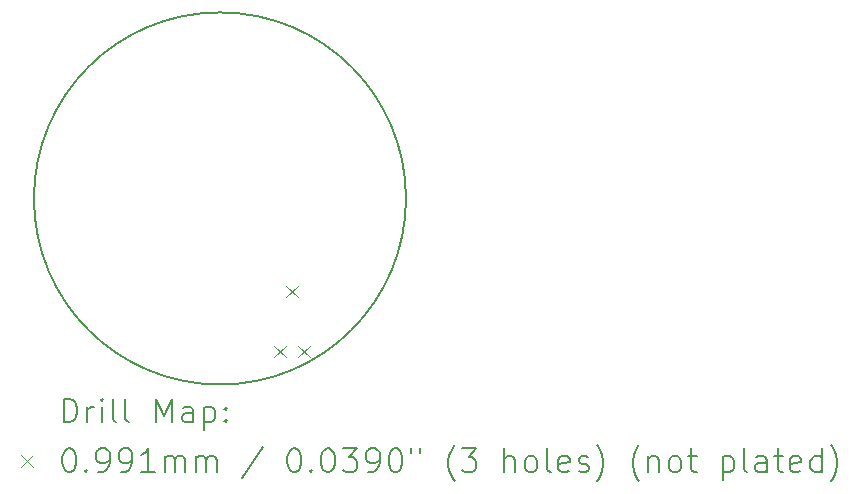
<source format=gbr>
%TF.GenerationSoftware,KiCad,Pcbnew,9.0.0*%
%TF.CreationDate,2025-04-18T11:45:20+02:00*%
%TF.ProjectId,WakeBand,57616b65-4261-46e6-942e-6b696361645f,rev?*%
%TF.SameCoordinates,Original*%
%TF.FileFunction,Drillmap*%
%TF.FilePolarity,Positive*%
%FSLAX45Y45*%
G04 Gerber Fmt 4.5, Leading zero omitted, Abs format (unit mm)*
G04 Created by KiCad (PCBNEW 9.0.0) date 2025-04-18 11:45:20*
%MOMM*%
%LPD*%
G01*
G04 APERTURE LIST*
%ADD10C,0.200000*%
%ADD11C,0.100000*%
G04 APERTURE END LIST*
D10*
X26255000Y-10810000D02*
G75*
G02*
X23105000Y-10810000I-1575000J0D01*
G01*
X23105000Y-10810000D02*
G75*
G02*
X26255000Y-10810000I1575000J0D01*
G01*
D11*
X25135870Y-12056470D02*
X25234930Y-12155530D01*
X25234930Y-12056470D02*
X25135870Y-12155530D01*
X25237470Y-11548470D02*
X25336530Y-11647530D01*
X25336530Y-11548470D02*
X25237470Y-11647530D01*
X25339070Y-12056470D02*
X25438130Y-12155530D01*
X25438130Y-12056470D02*
X25339070Y-12155530D01*
D10*
X23355777Y-12706484D02*
X23355777Y-12506484D01*
X23355777Y-12506484D02*
X23403396Y-12506484D01*
X23403396Y-12506484D02*
X23431967Y-12516008D01*
X23431967Y-12516008D02*
X23451015Y-12535055D01*
X23451015Y-12535055D02*
X23460539Y-12554103D01*
X23460539Y-12554103D02*
X23470062Y-12592198D01*
X23470062Y-12592198D02*
X23470062Y-12620769D01*
X23470062Y-12620769D02*
X23460539Y-12658865D01*
X23460539Y-12658865D02*
X23451015Y-12677912D01*
X23451015Y-12677912D02*
X23431967Y-12696960D01*
X23431967Y-12696960D02*
X23403396Y-12706484D01*
X23403396Y-12706484D02*
X23355777Y-12706484D01*
X23555777Y-12706484D02*
X23555777Y-12573150D01*
X23555777Y-12611246D02*
X23565301Y-12592198D01*
X23565301Y-12592198D02*
X23574824Y-12582674D01*
X23574824Y-12582674D02*
X23593872Y-12573150D01*
X23593872Y-12573150D02*
X23612920Y-12573150D01*
X23679586Y-12706484D02*
X23679586Y-12573150D01*
X23679586Y-12506484D02*
X23670062Y-12516008D01*
X23670062Y-12516008D02*
X23679586Y-12525531D01*
X23679586Y-12525531D02*
X23689110Y-12516008D01*
X23689110Y-12516008D02*
X23679586Y-12506484D01*
X23679586Y-12506484D02*
X23679586Y-12525531D01*
X23803396Y-12706484D02*
X23784348Y-12696960D01*
X23784348Y-12696960D02*
X23774824Y-12677912D01*
X23774824Y-12677912D02*
X23774824Y-12506484D01*
X23908158Y-12706484D02*
X23889110Y-12696960D01*
X23889110Y-12696960D02*
X23879586Y-12677912D01*
X23879586Y-12677912D02*
X23879586Y-12506484D01*
X24136729Y-12706484D02*
X24136729Y-12506484D01*
X24136729Y-12506484D02*
X24203396Y-12649341D01*
X24203396Y-12649341D02*
X24270062Y-12506484D01*
X24270062Y-12506484D02*
X24270062Y-12706484D01*
X24451015Y-12706484D02*
X24451015Y-12601722D01*
X24451015Y-12601722D02*
X24441491Y-12582674D01*
X24441491Y-12582674D02*
X24422443Y-12573150D01*
X24422443Y-12573150D02*
X24384348Y-12573150D01*
X24384348Y-12573150D02*
X24365301Y-12582674D01*
X24451015Y-12696960D02*
X24431967Y-12706484D01*
X24431967Y-12706484D02*
X24384348Y-12706484D01*
X24384348Y-12706484D02*
X24365301Y-12696960D01*
X24365301Y-12696960D02*
X24355777Y-12677912D01*
X24355777Y-12677912D02*
X24355777Y-12658865D01*
X24355777Y-12658865D02*
X24365301Y-12639817D01*
X24365301Y-12639817D02*
X24384348Y-12630293D01*
X24384348Y-12630293D02*
X24431967Y-12630293D01*
X24431967Y-12630293D02*
X24451015Y-12620769D01*
X24546253Y-12573150D02*
X24546253Y-12773150D01*
X24546253Y-12582674D02*
X24565301Y-12573150D01*
X24565301Y-12573150D02*
X24603396Y-12573150D01*
X24603396Y-12573150D02*
X24622443Y-12582674D01*
X24622443Y-12582674D02*
X24631967Y-12592198D01*
X24631967Y-12592198D02*
X24641491Y-12611246D01*
X24641491Y-12611246D02*
X24641491Y-12668388D01*
X24641491Y-12668388D02*
X24631967Y-12687436D01*
X24631967Y-12687436D02*
X24622443Y-12696960D01*
X24622443Y-12696960D02*
X24603396Y-12706484D01*
X24603396Y-12706484D02*
X24565301Y-12706484D01*
X24565301Y-12706484D02*
X24546253Y-12696960D01*
X24727205Y-12687436D02*
X24736729Y-12696960D01*
X24736729Y-12696960D02*
X24727205Y-12706484D01*
X24727205Y-12706484D02*
X24717682Y-12696960D01*
X24717682Y-12696960D02*
X24727205Y-12687436D01*
X24727205Y-12687436D02*
X24727205Y-12706484D01*
X24727205Y-12582674D02*
X24736729Y-12592198D01*
X24736729Y-12592198D02*
X24727205Y-12601722D01*
X24727205Y-12601722D02*
X24717682Y-12592198D01*
X24717682Y-12592198D02*
X24727205Y-12582674D01*
X24727205Y-12582674D02*
X24727205Y-12601722D01*
D11*
X22995940Y-12985470D02*
X23095000Y-13084530D01*
X23095000Y-12985470D02*
X22995940Y-13084530D01*
D10*
X23393872Y-12926484D02*
X23412920Y-12926484D01*
X23412920Y-12926484D02*
X23431967Y-12936008D01*
X23431967Y-12936008D02*
X23441491Y-12945531D01*
X23441491Y-12945531D02*
X23451015Y-12964579D01*
X23451015Y-12964579D02*
X23460539Y-13002674D01*
X23460539Y-13002674D02*
X23460539Y-13050293D01*
X23460539Y-13050293D02*
X23451015Y-13088388D01*
X23451015Y-13088388D02*
X23441491Y-13107436D01*
X23441491Y-13107436D02*
X23431967Y-13116960D01*
X23431967Y-13116960D02*
X23412920Y-13126484D01*
X23412920Y-13126484D02*
X23393872Y-13126484D01*
X23393872Y-13126484D02*
X23374824Y-13116960D01*
X23374824Y-13116960D02*
X23365301Y-13107436D01*
X23365301Y-13107436D02*
X23355777Y-13088388D01*
X23355777Y-13088388D02*
X23346253Y-13050293D01*
X23346253Y-13050293D02*
X23346253Y-13002674D01*
X23346253Y-13002674D02*
X23355777Y-12964579D01*
X23355777Y-12964579D02*
X23365301Y-12945531D01*
X23365301Y-12945531D02*
X23374824Y-12936008D01*
X23374824Y-12936008D02*
X23393872Y-12926484D01*
X23546253Y-13107436D02*
X23555777Y-13116960D01*
X23555777Y-13116960D02*
X23546253Y-13126484D01*
X23546253Y-13126484D02*
X23536729Y-13116960D01*
X23536729Y-13116960D02*
X23546253Y-13107436D01*
X23546253Y-13107436D02*
X23546253Y-13126484D01*
X23651015Y-13126484D02*
X23689110Y-13126484D01*
X23689110Y-13126484D02*
X23708158Y-13116960D01*
X23708158Y-13116960D02*
X23717682Y-13107436D01*
X23717682Y-13107436D02*
X23736729Y-13078865D01*
X23736729Y-13078865D02*
X23746253Y-13040769D01*
X23746253Y-13040769D02*
X23746253Y-12964579D01*
X23746253Y-12964579D02*
X23736729Y-12945531D01*
X23736729Y-12945531D02*
X23727205Y-12936008D01*
X23727205Y-12936008D02*
X23708158Y-12926484D01*
X23708158Y-12926484D02*
X23670062Y-12926484D01*
X23670062Y-12926484D02*
X23651015Y-12936008D01*
X23651015Y-12936008D02*
X23641491Y-12945531D01*
X23641491Y-12945531D02*
X23631967Y-12964579D01*
X23631967Y-12964579D02*
X23631967Y-13012198D01*
X23631967Y-13012198D02*
X23641491Y-13031246D01*
X23641491Y-13031246D02*
X23651015Y-13040769D01*
X23651015Y-13040769D02*
X23670062Y-13050293D01*
X23670062Y-13050293D02*
X23708158Y-13050293D01*
X23708158Y-13050293D02*
X23727205Y-13040769D01*
X23727205Y-13040769D02*
X23736729Y-13031246D01*
X23736729Y-13031246D02*
X23746253Y-13012198D01*
X23841491Y-13126484D02*
X23879586Y-13126484D01*
X23879586Y-13126484D02*
X23898634Y-13116960D01*
X23898634Y-13116960D02*
X23908158Y-13107436D01*
X23908158Y-13107436D02*
X23927205Y-13078865D01*
X23927205Y-13078865D02*
X23936729Y-13040769D01*
X23936729Y-13040769D02*
X23936729Y-12964579D01*
X23936729Y-12964579D02*
X23927205Y-12945531D01*
X23927205Y-12945531D02*
X23917682Y-12936008D01*
X23917682Y-12936008D02*
X23898634Y-12926484D01*
X23898634Y-12926484D02*
X23860539Y-12926484D01*
X23860539Y-12926484D02*
X23841491Y-12936008D01*
X23841491Y-12936008D02*
X23831967Y-12945531D01*
X23831967Y-12945531D02*
X23822443Y-12964579D01*
X23822443Y-12964579D02*
X23822443Y-13012198D01*
X23822443Y-13012198D02*
X23831967Y-13031246D01*
X23831967Y-13031246D02*
X23841491Y-13040769D01*
X23841491Y-13040769D02*
X23860539Y-13050293D01*
X23860539Y-13050293D02*
X23898634Y-13050293D01*
X23898634Y-13050293D02*
X23917682Y-13040769D01*
X23917682Y-13040769D02*
X23927205Y-13031246D01*
X23927205Y-13031246D02*
X23936729Y-13012198D01*
X24127205Y-13126484D02*
X24012920Y-13126484D01*
X24070062Y-13126484D02*
X24070062Y-12926484D01*
X24070062Y-12926484D02*
X24051015Y-12955055D01*
X24051015Y-12955055D02*
X24031967Y-12974103D01*
X24031967Y-12974103D02*
X24012920Y-12983627D01*
X24212920Y-13126484D02*
X24212920Y-12993150D01*
X24212920Y-13012198D02*
X24222443Y-13002674D01*
X24222443Y-13002674D02*
X24241491Y-12993150D01*
X24241491Y-12993150D02*
X24270063Y-12993150D01*
X24270063Y-12993150D02*
X24289110Y-13002674D01*
X24289110Y-13002674D02*
X24298634Y-13021722D01*
X24298634Y-13021722D02*
X24298634Y-13126484D01*
X24298634Y-13021722D02*
X24308158Y-13002674D01*
X24308158Y-13002674D02*
X24327205Y-12993150D01*
X24327205Y-12993150D02*
X24355777Y-12993150D01*
X24355777Y-12993150D02*
X24374824Y-13002674D01*
X24374824Y-13002674D02*
X24384348Y-13021722D01*
X24384348Y-13021722D02*
X24384348Y-13126484D01*
X24479586Y-13126484D02*
X24479586Y-12993150D01*
X24479586Y-13012198D02*
X24489110Y-13002674D01*
X24489110Y-13002674D02*
X24508158Y-12993150D01*
X24508158Y-12993150D02*
X24536729Y-12993150D01*
X24536729Y-12993150D02*
X24555777Y-13002674D01*
X24555777Y-13002674D02*
X24565301Y-13021722D01*
X24565301Y-13021722D02*
X24565301Y-13126484D01*
X24565301Y-13021722D02*
X24574824Y-13002674D01*
X24574824Y-13002674D02*
X24593872Y-12993150D01*
X24593872Y-12993150D02*
X24622443Y-12993150D01*
X24622443Y-12993150D02*
X24641491Y-13002674D01*
X24641491Y-13002674D02*
X24651015Y-13021722D01*
X24651015Y-13021722D02*
X24651015Y-13126484D01*
X25041491Y-12916960D02*
X24870063Y-13174103D01*
X25298634Y-12926484D02*
X25317682Y-12926484D01*
X25317682Y-12926484D02*
X25336729Y-12936008D01*
X25336729Y-12936008D02*
X25346253Y-12945531D01*
X25346253Y-12945531D02*
X25355777Y-12964579D01*
X25355777Y-12964579D02*
X25365301Y-13002674D01*
X25365301Y-13002674D02*
X25365301Y-13050293D01*
X25365301Y-13050293D02*
X25355777Y-13088388D01*
X25355777Y-13088388D02*
X25346253Y-13107436D01*
X25346253Y-13107436D02*
X25336729Y-13116960D01*
X25336729Y-13116960D02*
X25317682Y-13126484D01*
X25317682Y-13126484D02*
X25298634Y-13126484D01*
X25298634Y-13126484D02*
X25279586Y-13116960D01*
X25279586Y-13116960D02*
X25270063Y-13107436D01*
X25270063Y-13107436D02*
X25260539Y-13088388D01*
X25260539Y-13088388D02*
X25251015Y-13050293D01*
X25251015Y-13050293D02*
X25251015Y-13002674D01*
X25251015Y-13002674D02*
X25260539Y-12964579D01*
X25260539Y-12964579D02*
X25270063Y-12945531D01*
X25270063Y-12945531D02*
X25279586Y-12936008D01*
X25279586Y-12936008D02*
X25298634Y-12926484D01*
X25451015Y-13107436D02*
X25460539Y-13116960D01*
X25460539Y-13116960D02*
X25451015Y-13126484D01*
X25451015Y-13126484D02*
X25441491Y-13116960D01*
X25441491Y-13116960D02*
X25451015Y-13107436D01*
X25451015Y-13107436D02*
X25451015Y-13126484D01*
X25584348Y-12926484D02*
X25603396Y-12926484D01*
X25603396Y-12926484D02*
X25622444Y-12936008D01*
X25622444Y-12936008D02*
X25631967Y-12945531D01*
X25631967Y-12945531D02*
X25641491Y-12964579D01*
X25641491Y-12964579D02*
X25651015Y-13002674D01*
X25651015Y-13002674D02*
X25651015Y-13050293D01*
X25651015Y-13050293D02*
X25641491Y-13088388D01*
X25641491Y-13088388D02*
X25631967Y-13107436D01*
X25631967Y-13107436D02*
X25622444Y-13116960D01*
X25622444Y-13116960D02*
X25603396Y-13126484D01*
X25603396Y-13126484D02*
X25584348Y-13126484D01*
X25584348Y-13126484D02*
X25565301Y-13116960D01*
X25565301Y-13116960D02*
X25555777Y-13107436D01*
X25555777Y-13107436D02*
X25546253Y-13088388D01*
X25546253Y-13088388D02*
X25536729Y-13050293D01*
X25536729Y-13050293D02*
X25536729Y-13002674D01*
X25536729Y-13002674D02*
X25546253Y-12964579D01*
X25546253Y-12964579D02*
X25555777Y-12945531D01*
X25555777Y-12945531D02*
X25565301Y-12936008D01*
X25565301Y-12936008D02*
X25584348Y-12926484D01*
X25717682Y-12926484D02*
X25841491Y-12926484D01*
X25841491Y-12926484D02*
X25774825Y-13002674D01*
X25774825Y-13002674D02*
X25803396Y-13002674D01*
X25803396Y-13002674D02*
X25822444Y-13012198D01*
X25822444Y-13012198D02*
X25831967Y-13021722D01*
X25831967Y-13021722D02*
X25841491Y-13040769D01*
X25841491Y-13040769D02*
X25841491Y-13088388D01*
X25841491Y-13088388D02*
X25831967Y-13107436D01*
X25831967Y-13107436D02*
X25822444Y-13116960D01*
X25822444Y-13116960D02*
X25803396Y-13126484D01*
X25803396Y-13126484D02*
X25746253Y-13126484D01*
X25746253Y-13126484D02*
X25727206Y-13116960D01*
X25727206Y-13116960D02*
X25717682Y-13107436D01*
X25936729Y-13126484D02*
X25974825Y-13126484D01*
X25974825Y-13126484D02*
X25993872Y-13116960D01*
X25993872Y-13116960D02*
X26003396Y-13107436D01*
X26003396Y-13107436D02*
X26022444Y-13078865D01*
X26022444Y-13078865D02*
X26031967Y-13040769D01*
X26031967Y-13040769D02*
X26031967Y-12964579D01*
X26031967Y-12964579D02*
X26022444Y-12945531D01*
X26022444Y-12945531D02*
X26012920Y-12936008D01*
X26012920Y-12936008D02*
X25993872Y-12926484D01*
X25993872Y-12926484D02*
X25955777Y-12926484D01*
X25955777Y-12926484D02*
X25936729Y-12936008D01*
X25936729Y-12936008D02*
X25927206Y-12945531D01*
X25927206Y-12945531D02*
X25917682Y-12964579D01*
X25917682Y-12964579D02*
X25917682Y-13012198D01*
X25917682Y-13012198D02*
X25927206Y-13031246D01*
X25927206Y-13031246D02*
X25936729Y-13040769D01*
X25936729Y-13040769D02*
X25955777Y-13050293D01*
X25955777Y-13050293D02*
X25993872Y-13050293D01*
X25993872Y-13050293D02*
X26012920Y-13040769D01*
X26012920Y-13040769D02*
X26022444Y-13031246D01*
X26022444Y-13031246D02*
X26031967Y-13012198D01*
X26155777Y-12926484D02*
X26174825Y-12926484D01*
X26174825Y-12926484D02*
X26193872Y-12936008D01*
X26193872Y-12936008D02*
X26203396Y-12945531D01*
X26203396Y-12945531D02*
X26212920Y-12964579D01*
X26212920Y-12964579D02*
X26222444Y-13002674D01*
X26222444Y-13002674D02*
X26222444Y-13050293D01*
X26222444Y-13050293D02*
X26212920Y-13088388D01*
X26212920Y-13088388D02*
X26203396Y-13107436D01*
X26203396Y-13107436D02*
X26193872Y-13116960D01*
X26193872Y-13116960D02*
X26174825Y-13126484D01*
X26174825Y-13126484D02*
X26155777Y-13126484D01*
X26155777Y-13126484D02*
X26136729Y-13116960D01*
X26136729Y-13116960D02*
X26127206Y-13107436D01*
X26127206Y-13107436D02*
X26117682Y-13088388D01*
X26117682Y-13088388D02*
X26108158Y-13050293D01*
X26108158Y-13050293D02*
X26108158Y-13002674D01*
X26108158Y-13002674D02*
X26117682Y-12964579D01*
X26117682Y-12964579D02*
X26127206Y-12945531D01*
X26127206Y-12945531D02*
X26136729Y-12936008D01*
X26136729Y-12936008D02*
X26155777Y-12926484D01*
X26298634Y-12926484D02*
X26298634Y-12964579D01*
X26374825Y-12926484D02*
X26374825Y-12964579D01*
X26670063Y-13202674D02*
X26660539Y-13193150D01*
X26660539Y-13193150D02*
X26641491Y-13164579D01*
X26641491Y-13164579D02*
X26631968Y-13145531D01*
X26631968Y-13145531D02*
X26622444Y-13116960D01*
X26622444Y-13116960D02*
X26612920Y-13069341D01*
X26612920Y-13069341D02*
X26612920Y-13031246D01*
X26612920Y-13031246D02*
X26622444Y-12983627D01*
X26622444Y-12983627D02*
X26631968Y-12955055D01*
X26631968Y-12955055D02*
X26641491Y-12936008D01*
X26641491Y-12936008D02*
X26660539Y-12907436D01*
X26660539Y-12907436D02*
X26670063Y-12897912D01*
X26727206Y-12926484D02*
X26851015Y-12926484D01*
X26851015Y-12926484D02*
X26784348Y-13002674D01*
X26784348Y-13002674D02*
X26812920Y-13002674D01*
X26812920Y-13002674D02*
X26831968Y-13012198D01*
X26831968Y-13012198D02*
X26841491Y-13021722D01*
X26841491Y-13021722D02*
X26851015Y-13040769D01*
X26851015Y-13040769D02*
X26851015Y-13088388D01*
X26851015Y-13088388D02*
X26841491Y-13107436D01*
X26841491Y-13107436D02*
X26831968Y-13116960D01*
X26831968Y-13116960D02*
X26812920Y-13126484D01*
X26812920Y-13126484D02*
X26755777Y-13126484D01*
X26755777Y-13126484D02*
X26736729Y-13116960D01*
X26736729Y-13116960D02*
X26727206Y-13107436D01*
X27089110Y-13126484D02*
X27089110Y-12926484D01*
X27174825Y-13126484D02*
X27174825Y-13021722D01*
X27174825Y-13021722D02*
X27165301Y-13002674D01*
X27165301Y-13002674D02*
X27146253Y-12993150D01*
X27146253Y-12993150D02*
X27117682Y-12993150D01*
X27117682Y-12993150D02*
X27098634Y-13002674D01*
X27098634Y-13002674D02*
X27089110Y-13012198D01*
X27298634Y-13126484D02*
X27279587Y-13116960D01*
X27279587Y-13116960D02*
X27270063Y-13107436D01*
X27270063Y-13107436D02*
X27260539Y-13088388D01*
X27260539Y-13088388D02*
X27260539Y-13031246D01*
X27260539Y-13031246D02*
X27270063Y-13012198D01*
X27270063Y-13012198D02*
X27279587Y-13002674D01*
X27279587Y-13002674D02*
X27298634Y-12993150D01*
X27298634Y-12993150D02*
X27327206Y-12993150D01*
X27327206Y-12993150D02*
X27346253Y-13002674D01*
X27346253Y-13002674D02*
X27355777Y-13012198D01*
X27355777Y-13012198D02*
X27365301Y-13031246D01*
X27365301Y-13031246D02*
X27365301Y-13088388D01*
X27365301Y-13088388D02*
X27355777Y-13107436D01*
X27355777Y-13107436D02*
X27346253Y-13116960D01*
X27346253Y-13116960D02*
X27327206Y-13126484D01*
X27327206Y-13126484D02*
X27298634Y-13126484D01*
X27479587Y-13126484D02*
X27460539Y-13116960D01*
X27460539Y-13116960D02*
X27451015Y-13097912D01*
X27451015Y-13097912D02*
X27451015Y-12926484D01*
X27631968Y-13116960D02*
X27612920Y-13126484D01*
X27612920Y-13126484D02*
X27574825Y-13126484D01*
X27574825Y-13126484D02*
X27555777Y-13116960D01*
X27555777Y-13116960D02*
X27546253Y-13097912D01*
X27546253Y-13097912D02*
X27546253Y-13021722D01*
X27546253Y-13021722D02*
X27555777Y-13002674D01*
X27555777Y-13002674D02*
X27574825Y-12993150D01*
X27574825Y-12993150D02*
X27612920Y-12993150D01*
X27612920Y-12993150D02*
X27631968Y-13002674D01*
X27631968Y-13002674D02*
X27641491Y-13021722D01*
X27641491Y-13021722D02*
X27641491Y-13040769D01*
X27641491Y-13040769D02*
X27546253Y-13059817D01*
X27717682Y-13116960D02*
X27736730Y-13126484D01*
X27736730Y-13126484D02*
X27774825Y-13126484D01*
X27774825Y-13126484D02*
X27793872Y-13116960D01*
X27793872Y-13116960D02*
X27803396Y-13097912D01*
X27803396Y-13097912D02*
X27803396Y-13088388D01*
X27803396Y-13088388D02*
X27793872Y-13069341D01*
X27793872Y-13069341D02*
X27774825Y-13059817D01*
X27774825Y-13059817D02*
X27746253Y-13059817D01*
X27746253Y-13059817D02*
X27727206Y-13050293D01*
X27727206Y-13050293D02*
X27717682Y-13031246D01*
X27717682Y-13031246D02*
X27717682Y-13021722D01*
X27717682Y-13021722D02*
X27727206Y-13002674D01*
X27727206Y-13002674D02*
X27746253Y-12993150D01*
X27746253Y-12993150D02*
X27774825Y-12993150D01*
X27774825Y-12993150D02*
X27793872Y-13002674D01*
X27870063Y-13202674D02*
X27879587Y-13193150D01*
X27879587Y-13193150D02*
X27898634Y-13164579D01*
X27898634Y-13164579D02*
X27908158Y-13145531D01*
X27908158Y-13145531D02*
X27917682Y-13116960D01*
X27917682Y-13116960D02*
X27927206Y-13069341D01*
X27927206Y-13069341D02*
X27927206Y-13031246D01*
X27927206Y-13031246D02*
X27917682Y-12983627D01*
X27917682Y-12983627D02*
X27908158Y-12955055D01*
X27908158Y-12955055D02*
X27898634Y-12936008D01*
X27898634Y-12936008D02*
X27879587Y-12907436D01*
X27879587Y-12907436D02*
X27870063Y-12897912D01*
X28231968Y-13202674D02*
X28222444Y-13193150D01*
X28222444Y-13193150D02*
X28203396Y-13164579D01*
X28203396Y-13164579D02*
X28193872Y-13145531D01*
X28193872Y-13145531D02*
X28184349Y-13116960D01*
X28184349Y-13116960D02*
X28174825Y-13069341D01*
X28174825Y-13069341D02*
X28174825Y-13031246D01*
X28174825Y-13031246D02*
X28184349Y-12983627D01*
X28184349Y-12983627D02*
X28193872Y-12955055D01*
X28193872Y-12955055D02*
X28203396Y-12936008D01*
X28203396Y-12936008D02*
X28222444Y-12907436D01*
X28222444Y-12907436D02*
X28231968Y-12897912D01*
X28308158Y-12993150D02*
X28308158Y-13126484D01*
X28308158Y-13012198D02*
X28317682Y-13002674D01*
X28317682Y-13002674D02*
X28336730Y-12993150D01*
X28336730Y-12993150D02*
X28365301Y-12993150D01*
X28365301Y-12993150D02*
X28384349Y-13002674D01*
X28384349Y-13002674D02*
X28393872Y-13021722D01*
X28393872Y-13021722D02*
X28393872Y-13126484D01*
X28517682Y-13126484D02*
X28498634Y-13116960D01*
X28498634Y-13116960D02*
X28489111Y-13107436D01*
X28489111Y-13107436D02*
X28479587Y-13088388D01*
X28479587Y-13088388D02*
X28479587Y-13031246D01*
X28479587Y-13031246D02*
X28489111Y-13012198D01*
X28489111Y-13012198D02*
X28498634Y-13002674D01*
X28498634Y-13002674D02*
X28517682Y-12993150D01*
X28517682Y-12993150D02*
X28546253Y-12993150D01*
X28546253Y-12993150D02*
X28565301Y-13002674D01*
X28565301Y-13002674D02*
X28574825Y-13012198D01*
X28574825Y-13012198D02*
X28584349Y-13031246D01*
X28584349Y-13031246D02*
X28584349Y-13088388D01*
X28584349Y-13088388D02*
X28574825Y-13107436D01*
X28574825Y-13107436D02*
X28565301Y-13116960D01*
X28565301Y-13116960D02*
X28546253Y-13126484D01*
X28546253Y-13126484D02*
X28517682Y-13126484D01*
X28641492Y-12993150D02*
X28717682Y-12993150D01*
X28670063Y-12926484D02*
X28670063Y-13097912D01*
X28670063Y-13097912D02*
X28679587Y-13116960D01*
X28679587Y-13116960D02*
X28698634Y-13126484D01*
X28698634Y-13126484D02*
X28717682Y-13126484D01*
X28936730Y-12993150D02*
X28936730Y-13193150D01*
X28936730Y-13002674D02*
X28955777Y-12993150D01*
X28955777Y-12993150D02*
X28993873Y-12993150D01*
X28993873Y-12993150D02*
X29012920Y-13002674D01*
X29012920Y-13002674D02*
X29022444Y-13012198D01*
X29022444Y-13012198D02*
X29031968Y-13031246D01*
X29031968Y-13031246D02*
X29031968Y-13088388D01*
X29031968Y-13088388D02*
X29022444Y-13107436D01*
X29022444Y-13107436D02*
X29012920Y-13116960D01*
X29012920Y-13116960D02*
X28993873Y-13126484D01*
X28993873Y-13126484D02*
X28955777Y-13126484D01*
X28955777Y-13126484D02*
X28936730Y-13116960D01*
X29146253Y-13126484D02*
X29127206Y-13116960D01*
X29127206Y-13116960D02*
X29117682Y-13097912D01*
X29117682Y-13097912D02*
X29117682Y-12926484D01*
X29308158Y-13126484D02*
X29308158Y-13021722D01*
X29308158Y-13021722D02*
X29298634Y-13002674D01*
X29298634Y-13002674D02*
X29279587Y-12993150D01*
X29279587Y-12993150D02*
X29241492Y-12993150D01*
X29241492Y-12993150D02*
X29222444Y-13002674D01*
X29308158Y-13116960D02*
X29289111Y-13126484D01*
X29289111Y-13126484D02*
X29241492Y-13126484D01*
X29241492Y-13126484D02*
X29222444Y-13116960D01*
X29222444Y-13116960D02*
X29212920Y-13097912D01*
X29212920Y-13097912D02*
X29212920Y-13078865D01*
X29212920Y-13078865D02*
X29222444Y-13059817D01*
X29222444Y-13059817D02*
X29241492Y-13050293D01*
X29241492Y-13050293D02*
X29289111Y-13050293D01*
X29289111Y-13050293D02*
X29308158Y-13040769D01*
X29374825Y-12993150D02*
X29451015Y-12993150D01*
X29403396Y-12926484D02*
X29403396Y-13097912D01*
X29403396Y-13097912D02*
X29412920Y-13116960D01*
X29412920Y-13116960D02*
X29431968Y-13126484D01*
X29431968Y-13126484D02*
X29451015Y-13126484D01*
X29593873Y-13116960D02*
X29574825Y-13126484D01*
X29574825Y-13126484D02*
X29536730Y-13126484D01*
X29536730Y-13126484D02*
X29517682Y-13116960D01*
X29517682Y-13116960D02*
X29508158Y-13097912D01*
X29508158Y-13097912D02*
X29508158Y-13021722D01*
X29508158Y-13021722D02*
X29517682Y-13002674D01*
X29517682Y-13002674D02*
X29536730Y-12993150D01*
X29536730Y-12993150D02*
X29574825Y-12993150D01*
X29574825Y-12993150D02*
X29593873Y-13002674D01*
X29593873Y-13002674D02*
X29603396Y-13021722D01*
X29603396Y-13021722D02*
X29603396Y-13040769D01*
X29603396Y-13040769D02*
X29508158Y-13059817D01*
X29774825Y-13126484D02*
X29774825Y-12926484D01*
X29774825Y-13116960D02*
X29755777Y-13126484D01*
X29755777Y-13126484D02*
X29717682Y-13126484D01*
X29717682Y-13126484D02*
X29698634Y-13116960D01*
X29698634Y-13116960D02*
X29689111Y-13107436D01*
X29689111Y-13107436D02*
X29679587Y-13088388D01*
X29679587Y-13088388D02*
X29679587Y-13031246D01*
X29679587Y-13031246D02*
X29689111Y-13012198D01*
X29689111Y-13012198D02*
X29698634Y-13002674D01*
X29698634Y-13002674D02*
X29717682Y-12993150D01*
X29717682Y-12993150D02*
X29755777Y-12993150D01*
X29755777Y-12993150D02*
X29774825Y-13002674D01*
X29851015Y-13202674D02*
X29860539Y-13193150D01*
X29860539Y-13193150D02*
X29879587Y-13164579D01*
X29879587Y-13164579D02*
X29889111Y-13145531D01*
X29889111Y-13145531D02*
X29898634Y-13116960D01*
X29898634Y-13116960D02*
X29908158Y-13069341D01*
X29908158Y-13069341D02*
X29908158Y-13031246D01*
X29908158Y-13031246D02*
X29898634Y-12983627D01*
X29898634Y-12983627D02*
X29889111Y-12955055D01*
X29889111Y-12955055D02*
X29879587Y-12936008D01*
X29879587Y-12936008D02*
X29860539Y-12907436D01*
X29860539Y-12907436D02*
X29851015Y-12897912D01*
M02*

</source>
